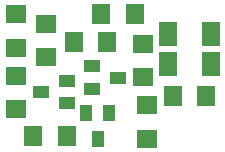
<source format=gtp>
G75*
G70*
%OFA0B0*%
%FSLAX24Y24*%
%IPPOS*%
%LPD*%
%AMOC8*
5,1,8,0,0,1.08239X$1,22.5*
%
%ADD10R,0.0551X0.0394*%
%ADD11R,0.0394X0.0551*%
%ADD12R,0.0710X0.0630*%
%ADD13R,0.0630X0.0710*%
%ADD14R,0.0630X0.0709*%
%ADD15R,0.0709X0.0630*%
%ADD16R,0.0591X0.0827*%
D10*
X003030Y002394D03*
X002164Y002769D03*
X003030Y003143D03*
X003857Y002871D03*
X004723Y003245D03*
X003857Y003619D03*
D11*
X003664Y002048D03*
X004412Y002048D03*
X004038Y001182D03*
D12*
X005681Y001199D03*
X005681Y002319D03*
X005561Y003252D03*
X005561Y004372D03*
X001317Y004232D03*
X001333Y003309D03*
X001333Y002189D03*
X001317Y005352D03*
D13*
X001883Y001312D03*
X003003Y001312D03*
X004147Y005351D03*
X005267Y005351D03*
D14*
X004360Y004446D03*
X003258Y004446D03*
X006561Y002631D03*
X007664Y002631D03*
D15*
X002317Y003926D03*
X002317Y005028D03*
D16*
X006388Y004706D03*
X006388Y003682D03*
X007805Y003682D03*
X007805Y004706D03*
M02*

</source>
